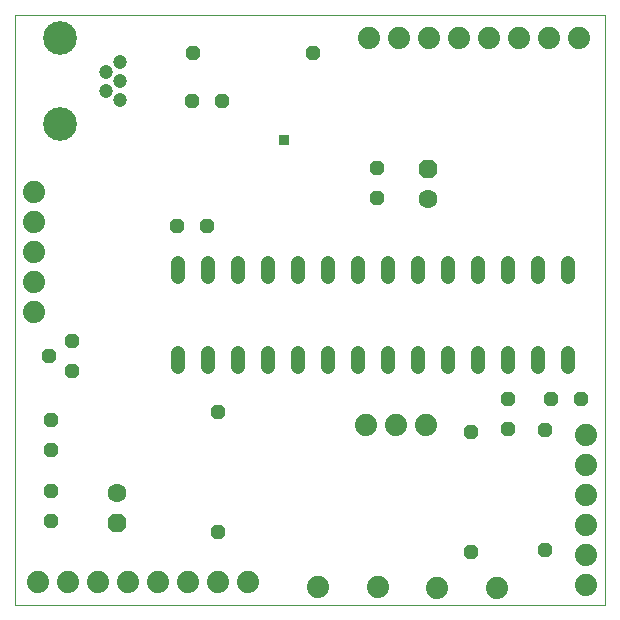
<source format=gts>
G75*
%MOIN*%
%OFA0B0*%
%FSLAX25Y25*%
%IPPOS*%
%LPD*%
%AMOC8*
5,1,8,0,0,1.08239X$1,22.5*
%
%ADD10C,0.00000*%
%ADD11OC8,0.04800*%
%ADD12C,0.06300*%
%ADD13OC8,0.06300*%
%ADD14C,0.04724*%
%ADD15C,0.11220*%
%ADD16C,0.07400*%
%ADD17C,0.04800*%
%ADD18R,0.03543X0.03543*%
D10*
X0009201Y0009713D02*
X0009201Y0206563D01*
X0206051Y0206563D01*
X0206051Y0009713D01*
X0009201Y0009713D01*
D11*
X0021366Y0037665D03*
X0021366Y0047665D03*
X0021366Y0061484D03*
X0021366Y0071484D03*
X0028217Y0087705D03*
X0020717Y0092705D03*
X0028217Y0097705D03*
X0063413Y0136051D03*
X0073413Y0136051D03*
X0068413Y0177665D03*
X0078413Y0177665D03*
X0068531Y0193925D03*
X0108531Y0193925D03*
X0130106Y0155382D03*
X0130106Y0145382D03*
X0173531Y0078571D03*
X0173531Y0068571D03*
X0161209Y0067311D03*
X0186091Y0068098D03*
X0187980Y0078571D03*
X0197980Y0078571D03*
X0186091Y0028098D03*
X0161209Y0027311D03*
X0076957Y0034004D03*
X0076957Y0074004D03*
D12*
X0043138Y0047193D03*
X0146917Y0145106D03*
D13*
X0146917Y0155106D03*
X0043138Y0037193D03*
D14*
X0044280Y0178138D03*
X0039555Y0181287D03*
X0044280Y0184437D03*
X0039555Y0187587D03*
X0044280Y0190736D03*
D15*
X0024201Y0198807D03*
X0024201Y0170067D03*
D16*
X0015500Y0147508D03*
X0015500Y0137508D03*
X0015500Y0127508D03*
X0015500Y0117508D03*
X0015500Y0107508D03*
X0017075Y0017587D03*
X0027075Y0017587D03*
X0037075Y0017587D03*
X0047075Y0017587D03*
X0057075Y0017587D03*
X0067075Y0017587D03*
X0077075Y0017587D03*
X0087075Y0017587D03*
X0110421Y0015736D03*
X0130421Y0015736D03*
X0150028Y0015500D03*
X0170028Y0015500D03*
X0199634Y0016484D03*
X0199634Y0026484D03*
X0199634Y0036484D03*
X0199634Y0046484D03*
X0199634Y0056484D03*
X0199634Y0066484D03*
X0146248Y0069831D03*
X0136248Y0069831D03*
X0126248Y0069831D03*
X0127311Y0198689D03*
X0137311Y0198689D03*
X0147311Y0198689D03*
X0157311Y0198689D03*
X0167311Y0198689D03*
X0177311Y0198689D03*
X0187311Y0198689D03*
X0197311Y0198689D03*
D17*
X0193650Y0123884D02*
X0193650Y0119084D01*
X0183650Y0119084D02*
X0183650Y0123884D01*
X0173650Y0123884D02*
X0173650Y0119084D01*
X0163650Y0119084D02*
X0163650Y0123884D01*
X0153650Y0123884D02*
X0153650Y0119084D01*
X0143650Y0119084D02*
X0143650Y0123884D01*
X0133650Y0123884D02*
X0133650Y0119084D01*
X0123650Y0119084D02*
X0123650Y0123884D01*
X0113650Y0123884D02*
X0113650Y0119084D01*
X0103650Y0119084D02*
X0103650Y0123884D01*
X0093650Y0123884D02*
X0093650Y0119084D01*
X0083650Y0119084D02*
X0083650Y0123884D01*
X0073650Y0123884D02*
X0073650Y0119084D01*
X0063650Y0119084D02*
X0063650Y0123884D01*
X0063650Y0093884D02*
X0063650Y0089084D01*
X0073650Y0089084D02*
X0073650Y0093884D01*
X0083650Y0093884D02*
X0083650Y0089084D01*
X0093650Y0089084D02*
X0093650Y0093884D01*
X0103650Y0093884D02*
X0103650Y0089084D01*
X0113650Y0089084D02*
X0113650Y0093884D01*
X0123650Y0093884D02*
X0123650Y0089084D01*
X0133650Y0089084D02*
X0133650Y0093884D01*
X0143650Y0093884D02*
X0143650Y0089084D01*
X0153650Y0089084D02*
X0153650Y0093884D01*
X0163650Y0093884D02*
X0163650Y0089084D01*
X0173650Y0089084D02*
X0173650Y0093884D01*
X0183650Y0093884D02*
X0183650Y0089084D01*
X0193650Y0089084D02*
X0193650Y0093884D01*
D18*
X0098965Y0164831D03*
M02*

</source>
